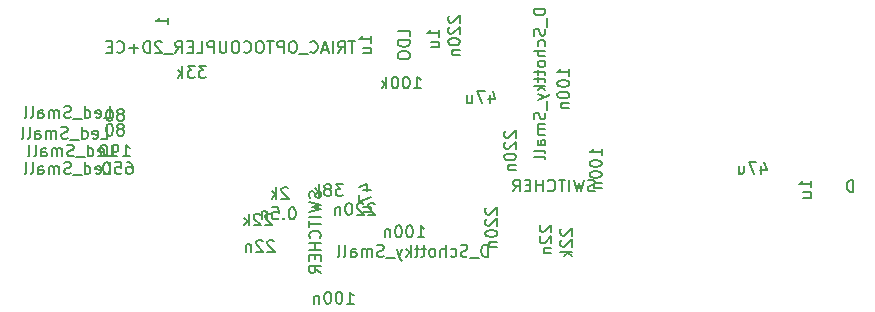
<source format=gbr>
%TF.GenerationSoftware,KiCad,Pcbnew,4.0.4+dfsg1-stable*%
%TF.CreationDate,2017-02-07T18:25:49+01:00*%
%TF.ProjectId,power,706F7765722E6B696361645F70636200,rev?*%
%TF.FileFunction,Other,Fab,Bot*%
%FSLAX46Y46*%
G04 Gerber Fmt 4.6, Leading zero omitted, Abs format (unit mm)*
G04 Created by KiCad (PCBNEW 4.0.4+dfsg1-stable) date Tue Feb  7 18:25:49 2017*
%MOMM*%
%LPD*%
G01*
G04 APERTURE LIST*
%ADD10C,0.100000*%
%ADD11C,0.150000*%
G04 APERTURE END LIST*
D10*
D11*
X63702381Y21619047D02*
X63702381Y22190476D01*
X63702381Y21904762D02*
X62702381Y21904762D01*
X62845238Y22000000D01*
X62940476Y22095238D01*
X62988095Y22190476D01*
X62702381Y21000000D02*
X62702381Y20904761D01*
X62750000Y20809523D01*
X62797619Y20761904D01*
X62892857Y20714285D01*
X63083333Y20666666D01*
X63321429Y20666666D01*
X63511905Y20714285D01*
X63607143Y20761904D01*
X63654762Y20809523D01*
X63702381Y20904761D01*
X63702381Y21000000D01*
X63654762Y21095238D01*
X63607143Y21142857D01*
X63511905Y21190476D01*
X63321429Y21238095D01*
X63083333Y21238095D01*
X62892857Y21190476D01*
X62797619Y21142857D01*
X62750000Y21095238D01*
X62702381Y21000000D01*
X62702381Y20047619D02*
X62702381Y19952380D01*
X62750000Y19857142D01*
X62797619Y19809523D01*
X62892857Y19761904D01*
X63083333Y19714285D01*
X63321429Y19714285D01*
X63511905Y19761904D01*
X63607143Y19809523D01*
X63654762Y19857142D01*
X63702381Y19952380D01*
X63702381Y20047619D01*
X63654762Y20142857D01*
X63607143Y20190476D01*
X63511905Y20238095D01*
X63321429Y20285714D01*
X63083333Y20285714D01*
X62892857Y20238095D01*
X62797619Y20190476D01*
X62750000Y20142857D01*
X62702381Y20047619D01*
X63035714Y19285714D02*
X63702381Y19285714D01*
X63130952Y19285714D02*
X63083333Y19238095D01*
X63035714Y19142857D01*
X63035714Y18999999D01*
X63083333Y18904761D01*
X63178571Y18857142D01*
X63702381Y18857142D01*
X84202381Y12166666D02*
X84202381Y12738095D01*
X84202381Y12452381D02*
X83202381Y12452381D01*
X83345238Y12547619D01*
X83440476Y12642857D01*
X83488095Y12738095D01*
X83535714Y11309523D02*
X84202381Y11309523D01*
X83535714Y11738095D02*
X84059524Y11738095D01*
X84154762Y11690476D01*
X84202381Y11595238D01*
X84202381Y11452380D01*
X84154762Y11357142D01*
X84107143Y11309523D01*
X61297619Y8964286D02*
X61250000Y8916667D01*
X61202381Y8821429D01*
X61202381Y8583333D01*
X61250000Y8488095D01*
X61297619Y8440476D01*
X61392857Y8392857D01*
X61488095Y8392857D01*
X61630952Y8440476D01*
X62202381Y9011905D01*
X62202381Y8392857D01*
X61297619Y8011905D02*
X61250000Y7964286D01*
X61202381Y7869048D01*
X61202381Y7630952D01*
X61250000Y7535714D01*
X61297619Y7488095D01*
X61392857Y7440476D01*
X61488095Y7440476D01*
X61630952Y7488095D01*
X62202381Y8059524D01*
X62202381Y7440476D01*
X61535714Y7011905D02*
X62202381Y7011905D01*
X61630952Y7011905D02*
X61583333Y6964286D01*
X61535714Y6869048D01*
X61535714Y6726190D01*
X61583333Y6630952D01*
X61678571Y6583333D01*
X62202381Y6583333D01*
X66452381Y14869047D02*
X66452381Y15440476D01*
X66452381Y15154762D02*
X65452381Y15154762D01*
X65595238Y15250000D01*
X65690476Y15345238D01*
X65738095Y15440476D01*
X65452381Y14250000D02*
X65452381Y14154761D01*
X65500000Y14059523D01*
X65547619Y14011904D01*
X65642857Y13964285D01*
X65833333Y13916666D01*
X66071429Y13916666D01*
X66261905Y13964285D01*
X66357143Y14011904D01*
X66404762Y14059523D01*
X66452381Y14154761D01*
X66452381Y14250000D01*
X66404762Y14345238D01*
X66357143Y14392857D01*
X66261905Y14440476D01*
X66071429Y14488095D01*
X65833333Y14488095D01*
X65642857Y14440476D01*
X65547619Y14392857D01*
X65500000Y14345238D01*
X65452381Y14250000D01*
X65452381Y13297619D02*
X65452381Y13202380D01*
X65500000Y13107142D01*
X65547619Y13059523D01*
X65642857Y13011904D01*
X65833333Y12964285D01*
X66071429Y12964285D01*
X66261905Y13011904D01*
X66357143Y13059523D01*
X66404762Y13107142D01*
X66452381Y13202380D01*
X66452381Y13297619D01*
X66404762Y13392857D01*
X66357143Y13440476D01*
X66261905Y13488095D01*
X66071429Y13535714D01*
X65833333Y13535714D01*
X65642857Y13488095D01*
X65547619Y13440476D01*
X65500000Y13392857D01*
X65452381Y13297619D01*
X65785714Y12535714D02*
X66452381Y12535714D01*
X65880952Y12535714D02*
X65833333Y12488095D01*
X65785714Y12392857D01*
X65785714Y12249999D01*
X65833333Y12154761D01*
X65928571Y12107142D01*
X66452381Y12107142D01*
X58297619Y16940476D02*
X58250000Y16892857D01*
X58202381Y16797619D01*
X58202381Y16559523D01*
X58250000Y16464285D01*
X58297619Y16416666D01*
X58392857Y16369047D01*
X58488095Y16369047D01*
X58630952Y16416666D01*
X59202381Y16988095D01*
X59202381Y16369047D01*
X58297619Y15988095D02*
X58250000Y15940476D01*
X58202381Y15845238D01*
X58202381Y15607142D01*
X58250000Y15511904D01*
X58297619Y15464285D01*
X58392857Y15416666D01*
X58488095Y15416666D01*
X58630952Y15464285D01*
X59202381Y16035714D01*
X59202381Y15416666D01*
X58202381Y14797619D02*
X58202381Y14702380D01*
X58250000Y14607142D01*
X58297619Y14559523D01*
X58392857Y14511904D01*
X58583333Y14464285D01*
X58821429Y14464285D01*
X59011905Y14511904D01*
X59107143Y14559523D01*
X59154762Y14607142D01*
X59202381Y14702380D01*
X59202381Y14797619D01*
X59154762Y14892857D01*
X59107143Y14940476D01*
X59011905Y14988095D01*
X58821429Y15035714D01*
X58583333Y15035714D01*
X58392857Y14988095D01*
X58297619Y14940476D01*
X58250000Y14892857D01*
X58202381Y14797619D01*
X58535714Y14035714D02*
X59202381Y14035714D01*
X58630952Y14035714D02*
X58583333Y13988095D01*
X58535714Y13892857D01*
X58535714Y13749999D01*
X58583333Y13654761D01*
X58678571Y13607142D01*
X59202381Y13607142D01*
X53547619Y26690476D02*
X53500000Y26642857D01*
X53452381Y26547619D01*
X53452381Y26309523D01*
X53500000Y26214285D01*
X53547619Y26166666D01*
X53642857Y26119047D01*
X53738095Y26119047D01*
X53880952Y26166666D01*
X54452381Y26738095D01*
X54452381Y26119047D01*
X53547619Y25738095D02*
X53500000Y25690476D01*
X53452381Y25595238D01*
X53452381Y25357142D01*
X53500000Y25261904D01*
X53547619Y25214285D01*
X53642857Y25166666D01*
X53738095Y25166666D01*
X53880952Y25214285D01*
X54452381Y25785714D01*
X54452381Y25166666D01*
X53452381Y24547619D02*
X53452381Y24452380D01*
X53500000Y24357142D01*
X53547619Y24309523D01*
X53642857Y24261904D01*
X53833333Y24214285D01*
X54071429Y24214285D01*
X54261905Y24261904D01*
X54357143Y24309523D01*
X54404762Y24357142D01*
X54452381Y24452380D01*
X54452381Y24547619D01*
X54404762Y24642857D01*
X54357143Y24690476D01*
X54261905Y24738095D01*
X54071429Y24785714D01*
X53833333Y24785714D01*
X53642857Y24738095D01*
X53547619Y24690476D01*
X53500000Y24642857D01*
X53452381Y24547619D01*
X53785714Y23785714D02*
X54452381Y23785714D01*
X53880952Y23785714D02*
X53833333Y23738095D01*
X53785714Y23642857D01*
X53785714Y23499999D01*
X53833333Y23404761D01*
X53928571Y23357142D01*
X54452381Y23357142D01*
X50869047Y7947619D02*
X51440476Y7947619D01*
X51154762Y7947619D02*
X51154762Y8947619D01*
X51250000Y8804762D01*
X51345238Y8709524D01*
X51440476Y8661905D01*
X50250000Y8947619D02*
X50154761Y8947619D01*
X50059523Y8900000D01*
X50011904Y8852381D01*
X49964285Y8757143D01*
X49916666Y8566667D01*
X49916666Y8328571D01*
X49964285Y8138095D01*
X50011904Y8042857D01*
X50059523Y7995238D01*
X50154761Y7947619D01*
X50250000Y7947619D01*
X50345238Y7995238D01*
X50392857Y8042857D01*
X50440476Y8138095D01*
X50488095Y8328571D01*
X50488095Y8566667D01*
X50440476Y8757143D01*
X50392857Y8852381D01*
X50345238Y8900000D01*
X50250000Y8947619D01*
X49297619Y8947619D02*
X49202380Y8947619D01*
X49107142Y8900000D01*
X49059523Y8852381D01*
X49011904Y8757143D01*
X48964285Y8566667D01*
X48964285Y8328571D01*
X49011904Y8138095D01*
X49059523Y8042857D01*
X49107142Y7995238D01*
X49202380Y7947619D01*
X49297619Y7947619D01*
X49392857Y7995238D01*
X49440476Y8042857D01*
X49488095Y8138095D01*
X49535714Y8328571D01*
X49535714Y8566667D01*
X49488095Y8757143D01*
X49440476Y8852381D01*
X49392857Y8900000D01*
X49297619Y8947619D01*
X48535714Y8614286D02*
X48535714Y7947619D01*
X48535714Y8519048D02*
X48488095Y8566667D01*
X48392857Y8614286D01*
X48249999Y8614286D01*
X48154761Y8566667D01*
X48107142Y8471429D01*
X48107142Y7947619D01*
X38719286Y7617381D02*
X38671667Y7665000D01*
X38576429Y7712619D01*
X38338333Y7712619D01*
X38243095Y7665000D01*
X38195476Y7617381D01*
X38147857Y7522143D01*
X38147857Y7426905D01*
X38195476Y7284048D01*
X38766905Y6712619D01*
X38147857Y6712619D01*
X37766905Y7617381D02*
X37719286Y7665000D01*
X37624048Y7712619D01*
X37385952Y7712619D01*
X37290714Y7665000D01*
X37243095Y7617381D01*
X37195476Y7522143D01*
X37195476Y7426905D01*
X37243095Y7284048D01*
X37814524Y6712619D01*
X37195476Y6712619D01*
X36766905Y7379286D02*
X36766905Y6712619D01*
X36766905Y7284048D02*
X36719286Y7331667D01*
X36624048Y7379286D01*
X36481190Y7379286D01*
X36385952Y7331667D01*
X36338333Y7236429D01*
X36338333Y6712619D01*
X44894047Y2322619D02*
X45465476Y2322619D01*
X45179762Y2322619D02*
X45179762Y3322619D01*
X45275000Y3179762D01*
X45370238Y3084524D01*
X45465476Y3036905D01*
X44275000Y3322619D02*
X44179761Y3322619D01*
X44084523Y3275000D01*
X44036904Y3227381D01*
X43989285Y3132143D01*
X43941666Y2941667D01*
X43941666Y2703571D01*
X43989285Y2513095D01*
X44036904Y2417857D01*
X44084523Y2370238D01*
X44179761Y2322619D01*
X44275000Y2322619D01*
X44370238Y2370238D01*
X44417857Y2417857D01*
X44465476Y2513095D01*
X44513095Y2703571D01*
X44513095Y2941667D01*
X44465476Y3132143D01*
X44417857Y3227381D01*
X44370238Y3275000D01*
X44275000Y3322619D01*
X43322619Y3322619D02*
X43227380Y3322619D01*
X43132142Y3275000D01*
X43084523Y3227381D01*
X43036904Y3132143D01*
X42989285Y2941667D01*
X42989285Y2703571D01*
X43036904Y2513095D01*
X43084523Y2417857D01*
X43132142Y2370238D01*
X43227380Y2322619D01*
X43322619Y2322619D01*
X43417857Y2370238D01*
X43465476Y2417857D01*
X43513095Y2513095D01*
X43560714Y2703571D01*
X43560714Y2941667D01*
X43513095Y3132143D01*
X43465476Y3227381D01*
X43417857Y3275000D01*
X43322619Y3322619D01*
X42560714Y2989286D02*
X42560714Y2322619D01*
X42560714Y2894048D02*
X42513095Y2941667D01*
X42417857Y2989286D01*
X42274999Y2989286D01*
X42179761Y2941667D01*
X42132142Y2846429D01*
X42132142Y2322619D01*
X52702381Y24916666D02*
X52702381Y25488095D01*
X52702381Y25202381D02*
X51702381Y25202381D01*
X51845238Y25297619D01*
X51940476Y25392857D01*
X51988095Y25488095D01*
X52035714Y24059523D02*
X52702381Y24059523D01*
X52035714Y24488095D02*
X52559524Y24488095D01*
X52654762Y24440476D01*
X52702381Y24345238D01*
X52702381Y24202380D01*
X52654762Y24107142D01*
X52607143Y24059523D01*
X40299286Y10472619D02*
X40204047Y10472619D01*
X40108809Y10425000D01*
X40061190Y10377381D01*
X40013571Y10282143D01*
X39965952Y10091667D01*
X39965952Y9853571D01*
X40013571Y9663095D01*
X40061190Y9567857D01*
X40108809Y9520238D01*
X40204047Y9472619D01*
X40299286Y9472619D01*
X40394524Y9520238D01*
X40442143Y9567857D01*
X40489762Y9663095D01*
X40537381Y9853571D01*
X40537381Y10091667D01*
X40489762Y10282143D01*
X40442143Y10377381D01*
X40394524Y10425000D01*
X40299286Y10472619D01*
X39537381Y9567857D02*
X39489762Y9520238D01*
X39537381Y9472619D01*
X39585000Y9520238D01*
X39537381Y9567857D01*
X39537381Y9472619D01*
X38585000Y10472619D02*
X39061191Y10472619D01*
X39108810Y9996429D01*
X39061191Y10044048D01*
X38965953Y10091667D01*
X38727857Y10091667D01*
X38632619Y10044048D01*
X38585000Y9996429D01*
X38537381Y9901190D01*
X38537381Y9663095D01*
X38585000Y9567857D01*
X38632619Y9520238D01*
X38727857Y9472619D01*
X38965953Y9472619D01*
X39061191Y9520238D01*
X39108810Y9567857D01*
X38108810Y10139286D02*
X38108810Y9472619D01*
X38108810Y10044048D02*
X38061191Y10091667D01*
X37965953Y10139286D01*
X37823095Y10139286D01*
X37727857Y10091667D01*
X37680238Y9996429D01*
X37680238Y9472619D01*
X47245476Y10737381D02*
X47197857Y10785000D01*
X47102619Y10832619D01*
X46864523Y10832619D01*
X46769285Y10785000D01*
X46721666Y10737381D01*
X46674047Y10642143D01*
X46674047Y10546905D01*
X46721666Y10404048D01*
X47293095Y9832619D01*
X46674047Y9832619D01*
X46293095Y10737381D02*
X46245476Y10785000D01*
X46150238Y10832619D01*
X45912142Y10832619D01*
X45816904Y10785000D01*
X45769285Y10737381D01*
X45721666Y10642143D01*
X45721666Y10546905D01*
X45769285Y10404048D01*
X46340714Y9832619D01*
X45721666Y9832619D01*
X45102619Y10832619D02*
X45007380Y10832619D01*
X44912142Y10785000D01*
X44864523Y10737381D01*
X44816904Y10642143D01*
X44769285Y10451667D01*
X44769285Y10213571D01*
X44816904Y10023095D01*
X44864523Y9927857D01*
X44912142Y9880238D01*
X45007380Y9832619D01*
X45102619Y9832619D01*
X45197857Y9880238D01*
X45245476Y9927857D01*
X45293095Y10023095D01*
X45340714Y10213571D01*
X45340714Y10451667D01*
X45293095Y10642143D01*
X45245476Y10737381D01*
X45197857Y10785000D01*
X45102619Y10832619D01*
X44340714Y10499286D02*
X44340714Y9832619D01*
X44340714Y10404048D02*
X44293095Y10451667D01*
X44197857Y10499286D01*
X44054999Y10499286D01*
X43959761Y10451667D01*
X43912142Y10356429D01*
X43912142Y9832619D01*
X46952381Y24416666D02*
X46952381Y24988095D01*
X46952381Y24702381D02*
X45952381Y24702381D01*
X46095238Y24797619D01*
X46190476Y24892857D01*
X46238095Y24988095D01*
X46285714Y23559523D02*
X46952381Y23559523D01*
X46285714Y23988095D02*
X46809524Y23988095D01*
X46904762Y23940476D01*
X46952381Y23845238D01*
X46952381Y23702380D01*
X46904762Y23607142D01*
X46857143Y23559523D01*
X56697619Y10440476D02*
X56650000Y10392857D01*
X56602381Y10297619D01*
X56602381Y10059523D01*
X56650000Y9964285D01*
X56697619Y9916666D01*
X56792857Y9869047D01*
X56888095Y9869047D01*
X57030952Y9916666D01*
X57602381Y10488095D01*
X57602381Y9869047D01*
X56697619Y9488095D02*
X56650000Y9440476D01*
X56602381Y9345238D01*
X56602381Y9107142D01*
X56650000Y9011904D01*
X56697619Y8964285D01*
X56792857Y8916666D01*
X56888095Y8916666D01*
X57030952Y8964285D01*
X57602381Y9535714D01*
X57602381Y8916666D01*
X56602381Y8297619D02*
X56602381Y8202380D01*
X56650000Y8107142D01*
X56697619Y8059523D01*
X56792857Y8011904D01*
X56983333Y7964285D01*
X57221429Y7964285D01*
X57411905Y8011904D01*
X57507143Y8059523D01*
X57554762Y8107142D01*
X57602381Y8202380D01*
X57602381Y8297619D01*
X57554762Y8392857D01*
X57507143Y8440476D01*
X57411905Y8488095D01*
X57221429Y8535714D01*
X56983333Y8535714D01*
X56792857Y8488095D01*
X56697619Y8440476D01*
X56650000Y8392857D01*
X56602381Y8297619D01*
X56935714Y7535714D02*
X57602381Y7535714D01*
X57030952Y7535714D02*
X56983333Y7488095D01*
X56935714Y7392857D01*
X56935714Y7249999D01*
X56983333Y7154761D01*
X57078571Y7107142D01*
X57602381Y7107142D01*
X87761905Y11797619D02*
X87761905Y12797619D01*
X87523810Y12797619D01*
X87380952Y12750000D01*
X87285714Y12654762D01*
X87238095Y12559524D01*
X87190476Y12369048D01*
X87190476Y12226190D01*
X87238095Y12035714D01*
X87285714Y11940476D01*
X87380952Y11845238D01*
X87523810Y11797619D01*
X87761905Y11797619D01*
X24321429Y18047619D02*
X24797620Y18047619D01*
X24797620Y19047619D01*
X23607143Y18095238D02*
X23702381Y18047619D01*
X23892858Y18047619D01*
X23988096Y18095238D01*
X24035715Y18190476D01*
X24035715Y18571429D01*
X23988096Y18666667D01*
X23892858Y18714286D01*
X23702381Y18714286D01*
X23607143Y18666667D01*
X23559524Y18571429D01*
X23559524Y18476190D01*
X24035715Y18380952D01*
X22702381Y18047619D02*
X22702381Y19047619D01*
X22702381Y18095238D02*
X22797619Y18047619D01*
X22988096Y18047619D01*
X23083334Y18095238D01*
X23130953Y18142857D01*
X23178572Y18238095D01*
X23178572Y18523810D01*
X23130953Y18619048D01*
X23083334Y18666667D01*
X22988096Y18714286D01*
X22797619Y18714286D01*
X22702381Y18666667D01*
X22464286Y17952381D02*
X21702381Y17952381D01*
X21511905Y18095238D02*
X21369048Y18047619D01*
X21130952Y18047619D01*
X21035714Y18095238D01*
X20988095Y18142857D01*
X20940476Y18238095D01*
X20940476Y18333333D01*
X20988095Y18428571D01*
X21035714Y18476190D01*
X21130952Y18523810D01*
X21321429Y18571429D01*
X21416667Y18619048D01*
X21464286Y18666667D01*
X21511905Y18761905D01*
X21511905Y18857143D01*
X21464286Y18952381D01*
X21416667Y19000000D01*
X21321429Y19047619D01*
X21083333Y19047619D01*
X20940476Y19000000D01*
X20511905Y18047619D02*
X20511905Y18714286D01*
X20511905Y18619048D02*
X20464286Y18666667D01*
X20369048Y18714286D01*
X20226190Y18714286D01*
X20130952Y18666667D01*
X20083333Y18571429D01*
X20083333Y18047619D01*
X20083333Y18571429D02*
X20035714Y18666667D01*
X19940476Y18714286D01*
X19797619Y18714286D01*
X19702381Y18666667D01*
X19654762Y18571429D01*
X19654762Y18047619D01*
X18750000Y18047619D02*
X18750000Y18571429D01*
X18797619Y18666667D01*
X18892857Y18714286D01*
X19083334Y18714286D01*
X19178572Y18666667D01*
X18750000Y18095238D02*
X18845238Y18047619D01*
X19083334Y18047619D01*
X19178572Y18095238D01*
X19226191Y18190476D01*
X19226191Y18285714D01*
X19178572Y18380952D01*
X19083334Y18428571D01*
X18845238Y18428571D01*
X18750000Y18476190D01*
X18130953Y18047619D02*
X18226191Y18095238D01*
X18273810Y18190476D01*
X18273810Y19047619D01*
X17607143Y18047619D02*
X17702381Y18095238D01*
X17750000Y18190476D01*
X17750000Y19047619D01*
X61702381Y27309525D02*
X60702381Y27309525D01*
X60702381Y27071430D01*
X60750000Y26928572D01*
X60845238Y26833334D01*
X60940476Y26785715D01*
X61130952Y26738096D01*
X61273810Y26738096D01*
X61464286Y26785715D01*
X61559524Y26833334D01*
X61654762Y26928572D01*
X61702381Y27071430D01*
X61702381Y27309525D01*
X61797619Y26547620D02*
X61797619Y25785715D01*
X61654762Y25595239D02*
X61702381Y25452382D01*
X61702381Y25214286D01*
X61654762Y25119048D01*
X61607143Y25071429D01*
X61511905Y25023810D01*
X61416667Y25023810D01*
X61321429Y25071429D01*
X61273810Y25119048D01*
X61226190Y25214286D01*
X61178571Y25404763D01*
X61130952Y25500001D01*
X61083333Y25547620D01*
X60988095Y25595239D01*
X60892857Y25595239D01*
X60797619Y25547620D01*
X60750000Y25500001D01*
X60702381Y25404763D01*
X60702381Y25166667D01*
X60750000Y25023810D01*
X61654762Y24166667D02*
X61702381Y24261905D01*
X61702381Y24452382D01*
X61654762Y24547620D01*
X61607143Y24595239D01*
X61511905Y24642858D01*
X61226190Y24642858D01*
X61130952Y24595239D01*
X61083333Y24547620D01*
X61035714Y24452382D01*
X61035714Y24261905D01*
X61083333Y24166667D01*
X61702381Y23738096D02*
X60702381Y23738096D01*
X61702381Y23309524D02*
X61178571Y23309524D01*
X61083333Y23357143D01*
X61035714Y23452381D01*
X61035714Y23595239D01*
X61083333Y23690477D01*
X61130952Y23738096D01*
X61702381Y22690477D02*
X61654762Y22785715D01*
X61607143Y22833334D01*
X61511905Y22880953D01*
X61226190Y22880953D01*
X61130952Y22833334D01*
X61083333Y22785715D01*
X61035714Y22690477D01*
X61035714Y22547619D01*
X61083333Y22452381D01*
X61130952Y22404762D01*
X61226190Y22357143D01*
X61511905Y22357143D01*
X61607143Y22404762D01*
X61654762Y22452381D01*
X61702381Y22547619D01*
X61702381Y22690477D01*
X61035714Y22071429D02*
X61035714Y21690477D01*
X60702381Y21928572D02*
X61559524Y21928572D01*
X61654762Y21880953D01*
X61702381Y21785715D01*
X61702381Y21690477D01*
X61035714Y21500000D02*
X61035714Y21119048D01*
X60702381Y21357143D02*
X61559524Y21357143D01*
X61654762Y21309524D01*
X61702381Y21214286D01*
X61702381Y21119048D01*
X61702381Y20785714D02*
X60702381Y20785714D01*
X61321429Y20690476D02*
X61702381Y20404761D01*
X61035714Y20404761D02*
X61416667Y20785714D01*
X61035714Y20071428D02*
X61702381Y19833333D01*
X61035714Y19595237D02*
X61702381Y19833333D01*
X61940476Y19928571D01*
X61988095Y19976190D01*
X62035714Y20071428D01*
X61797619Y19452380D02*
X61797619Y18690475D01*
X61654762Y18499999D02*
X61702381Y18357142D01*
X61702381Y18119046D01*
X61654762Y18023808D01*
X61607143Y17976189D01*
X61511905Y17928570D01*
X61416667Y17928570D01*
X61321429Y17976189D01*
X61273810Y18023808D01*
X61226190Y18119046D01*
X61178571Y18309523D01*
X61130952Y18404761D01*
X61083333Y18452380D01*
X60988095Y18499999D01*
X60892857Y18499999D01*
X60797619Y18452380D01*
X60750000Y18404761D01*
X60702381Y18309523D01*
X60702381Y18071427D01*
X60750000Y17928570D01*
X61702381Y17499999D02*
X61035714Y17499999D01*
X61130952Y17499999D02*
X61083333Y17452380D01*
X61035714Y17357142D01*
X61035714Y17214284D01*
X61083333Y17119046D01*
X61178571Y17071427D01*
X61702381Y17071427D01*
X61178571Y17071427D02*
X61083333Y17023808D01*
X61035714Y16928570D01*
X61035714Y16785713D01*
X61083333Y16690475D01*
X61178571Y16642856D01*
X61702381Y16642856D01*
X61702381Y15738094D02*
X61178571Y15738094D01*
X61083333Y15785713D01*
X61035714Y15880951D01*
X61035714Y16071428D01*
X61083333Y16166666D01*
X61654762Y15738094D02*
X61702381Y15833332D01*
X61702381Y16071428D01*
X61654762Y16166666D01*
X61559524Y16214285D01*
X61464286Y16214285D01*
X61369048Y16166666D01*
X61321429Y16071428D01*
X61321429Y15833332D01*
X61273810Y15738094D01*
X61702381Y15119047D02*
X61654762Y15214285D01*
X61559524Y15261904D01*
X60702381Y15261904D01*
X61702381Y14595237D02*
X61654762Y14690475D01*
X61559524Y14738094D01*
X60702381Y14738094D01*
X24071429Y16297619D02*
X24547620Y16297619D01*
X24547620Y17297619D01*
X23357143Y16345238D02*
X23452381Y16297619D01*
X23642858Y16297619D01*
X23738096Y16345238D01*
X23785715Y16440476D01*
X23785715Y16821429D01*
X23738096Y16916667D01*
X23642858Y16964286D01*
X23452381Y16964286D01*
X23357143Y16916667D01*
X23309524Y16821429D01*
X23309524Y16726190D01*
X23785715Y16630952D01*
X22452381Y16297619D02*
X22452381Y17297619D01*
X22452381Y16345238D02*
X22547619Y16297619D01*
X22738096Y16297619D01*
X22833334Y16345238D01*
X22880953Y16392857D01*
X22928572Y16488095D01*
X22928572Y16773810D01*
X22880953Y16869048D01*
X22833334Y16916667D01*
X22738096Y16964286D01*
X22547619Y16964286D01*
X22452381Y16916667D01*
X22214286Y16202381D02*
X21452381Y16202381D01*
X21261905Y16345238D02*
X21119048Y16297619D01*
X20880952Y16297619D01*
X20785714Y16345238D01*
X20738095Y16392857D01*
X20690476Y16488095D01*
X20690476Y16583333D01*
X20738095Y16678571D01*
X20785714Y16726190D01*
X20880952Y16773810D01*
X21071429Y16821429D01*
X21166667Y16869048D01*
X21214286Y16916667D01*
X21261905Y17011905D01*
X21261905Y17107143D01*
X21214286Y17202381D01*
X21166667Y17250000D01*
X21071429Y17297619D01*
X20833333Y17297619D01*
X20690476Y17250000D01*
X20261905Y16297619D02*
X20261905Y16964286D01*
X20261905Y16869048D02*
X20214286Y16916667D01*
X20119048Y16964286D01*
X19976190Y16964286D01*
X19880952Y16916667D01*
X19833333Y16821429D01*
X19833333Y16297619D01*
X19833333Y16821429D02*
X19785714Y16916667D01*
X19690476Y16964286D01*
X19547619Y16964286D01*
X19452381Y16916667D01*
X19404762Y16821429D01*
X19404762Y16297619D01*
X18500000Y16297619D02*
X18500000Y16821429D01*
X18547619Y16916667D01*
X18642857Y16964286D01*
X18833334Y16964286D01*
X18928572Y16916667D01*
X18500000Y16345238D02*
X18595238Y16297619D01*
X18833334Y16297619D01*
X18928572Y16345238D01*
X18976191Y16440476D01*
X18976191Y16535714D01*
X18928572Y16630952D01*
X18833334Y16678571D01*
X18595238Y16678571D01*
X18500000Y16726190D01*
X17880953Y16297619D02*
X17976191Y16345238D01*
X18023810Y16440476D01*
X18023810Y17297619D01*
X17357143Y16297619D02*
X17452381Y16345238D01*
X17500000Y16440476D01*
X17500000Y17297619D01*
X24571429Y14797619D02*
X25047620Y14797619D01*
X25047620Y15797619D01*
X23857143Y14845238D02*
X23952381Y14797619D01*
X24142858Y14797619D01*
X24238096Y14845238D01*
X24285715Y14940476D01*
X24285715Y15321429D01*
X24238096Y15416667D01*
X24142858Y15464286D01*
X23952381Y15464286D01*
X23857143Y15416667D01*
X23809524Y15321429D01*
X23809524Y15226190D01*
X24285715Y15130952D01*
X22952381Y14797619D02*
X22952381Y15797619D01*
X22952381Y14845238D02*
X23047619Y14797619D01*
X23238096Y14797619D01*
X23333334Y14845238D01*
X23380953Y14892857D01*
X23428572Y14988095D01*
X23428572Y15273810D01*
X23380953Y15369048D01*
X23333334Y15416667D01*
X23238096Y15464286D01*
X23047619Y15464286D01*
X22952381Y15416667D01*
X22714286Y14702381D02*
X21952381Y14702381D01*
X21761905Y14845238D02*
X21619048Y14797619D01*
X21380952Y14797619D01*
X21285714Y14845238D01*
X21238095Y14892857D01*
X21190476Y14988095D01*
X21190476Y15083333D01*
X21238095Y15178571D01*
X21285714Y15226190D01*
X21380952Y15273810D01*
X21571429Y15321429D01*
X21666667Y15369048D01*
X21714286Y15416667D01*
X21761905Y15511905D01*
X21761905Y15607143D01*
X21714286Y15702381D01*
X21666667Y15750000D01*
X21571429Y15797619D01*
X21333333Y15797619D01*
X21190476Y15750000D01*
X20761905Y14797619D02*
X20761905Y15464286D01*
X20761905Y15369048D02*
X20714286Y15416667D01*
X20619048Y15464286D01*
X20476190Y15464286D01*
X20380952Y15416667D01*
X20333333Y15321429D01*
X20333333Y14797619D01*
X20333333Y15321429D02*
X20285714Y15416667D01*
X20190476Y15464286D01*
X20047619Y15464286D01*
X19952381Y15416667D01*
X19904762Y15321429D01*
X19904762Y14797619D01*
X19000000Y14797619D02*
X19000000Y15321429D01*
X19047619Y15416667D01*
X19142857Y15464286D01*
X19333334Y15464286D01*
X19428572Y15416667D01*
X19000000Y14845238D02*
X19095238Y14797619D01*
X19333334Y14797619D01*
X19428572Y14845238D01*
X19476191Y14940476D01*
X19476191Y15035714D01*
X19428572Y15130952D01*
X19333334Y15178571D01*
X19095238Y15178571D01*
X19000000Y15226190D01*
X18380953Y14797619D02*
X18476191Y14845238D01*
X18523810Y14940476D01*
X18523810Y15797619D01*
X17857143Y14797619D02*
X17952381Y14845238D01*
X18000000Y14940476D01*
X18000000Y15797619D01*
X24321429Y13297619D02*
X24797620Y13297619D01*
X24797620Y14297619D01*
X23607143Y13345238D02*
X23702381Y13297619D01*
X23892858Y13297619D01*
X23988096Y13345238D01*
X24035715Y13440476D01*
X24035715Y13821429D01*
X23988096Y13916667D01*
X23892858Y13964286D01*
X23702381Y13964286D01*
X23607143Y13916667D01*
X23559524Y13821429D01*
X23559524Y13726190D01*
X24035715Y13630952D01*
X22702381Y13297619D02*
X22702381Y14297619D01*
X22702381Y13345238D02*
X22797619Y13297619D01*
X22988096Y13297619D01*
X23083334Y13345238D01*
X23130953Y13392857D01*
X23178572Y13488095D01*
X23178572Y13773810D01*
X23130953Y13869048D01*
X23083334Y13916667D01*
X22988096Y13964286D01*
X22797619Y13964286D01*
X22702381Y13916667D01*
X22464286Y13202381D02*
X21702381Y13202381D01*
X21511905Y13345238D02*
X21369048Y13297619D01*
X21130952Y13297619D01*
X21035714Y13345238D01*
X20988095Y13392857D01*
X20940476Y13488095D01*
X20940476Y13583333D01*
X20988095Y13678571D01*
X21035714Y13726190D01*
X21130952Y13773810D01*
X21321429Y13821429D01*
X21416667Y13869048D01*
X21464286Y13916667D01*
X21511905Y14011905D01*
X21511905Y14107143D01*
X21464286Y14202381D01*
X21416667Y14250000D01*
X21321429Y14297619D01*
X21083333Y14297619D01*
X20940476Y14250000D01*
X20511905Y13297619D02*
X20511905Y13964286D01*
X20511905Y13869048D02*
X20464286Y13916667D01*
X20369048Y13964286D01*
X20226190Y13964286D01*
X20130952Y13916667D01*
X20083333Y13821429D01*
X20083333Y13297619D01*
X20083333Y13821429D02*
X20035714Y13916667D01*
X19940476Y13964286D01*
X19797619Y13964286D01*
X19702381Y13916667D01*
X19654762Y13821429D01*
X19654762Y13297619D01*
X18750000Y13297619D02*
X18750000Y13821429D01*
X18797619Y13916667D01*
X18892857Y13964286D01*
X19083334Y13964286D01*
X19178572Y13916667D01*
X18750000Y13345238D02*
X18845238Y13297619D01*
X19083334Y13297619D01*
X19178572Y13345238D01*
X19226191Y13440476D01*
X19226191Y13535714D01*
X19178572Y13630952D01*
X19083334Y13678571D01*
X18845238Y13678571D01*
X18750000Y13726190D01*
X18130953Y13297619D02*
X18226191Y13345238D01*
X18273810Y13440476D01*
X18273810Y14297619D01*
X17607143Y13297619D02*
X17702381Y13345238D01*
X17750000Y13440476D01*
X17750000Y14297619D01*
X56809525Y6297619D02*
X56809525Y7297619D01*
X56571430Y7297619D01*
X56428572Y7250000D01*
X56333334Y7154762D01*
X56285715Y7059524D01*
X56238096Y6869048D01*
X56238096Y6726190D01*
X56285715Y6535714D01*
X56333334Y6440476D01*
X56428572Y6345238D01*
X56571430Y6297619D01*
X56809525Y6297619D01*
X56047620Y6202381D02*
X55285715Y6202381D01*
X55095239Y6345238D02*
X54952382Y6297619D01*
X54714286Y6297619D01*
X54619048Y6345238D01*
X54571429Y6392857D01*
X54523810Y6488095D01*
X54523810Y6583333D01*
X54571429Y6678571D01*
X54619048Y6726190D01*
X54714286Y6773810D01*
X54904763Y6821429D01*
X55000001Y6869048D01*
X55047620Y6916667D01*
X55095239Y7011905D01*
X55095239Y7107143D01*
X55047620Y7202381D01*
X55000001Y7250000D01*
X54904763Y7297619D01*
X54666667Y7297619D01*
X54523810Y7250000D01*
X53666667Y6345238D02*
X53761905Y6297619D01*
X53952382Y6297619D01*
X54047620Y6345238D01*
X54095239Y6392857D01*
X54142858Y6488095D01*
X54142858Y6773810D01*
X54095239Y6869048D01*
X54047620Y6916667D01*
X53952382Y6964286D01*
X53761905Y6964286D01*
X53666667Y6916667D01*
X53238096Y6297619D02*
X53238096Y7297619D01*
X52809524Y6297619D02*
X52809524Y6821429D01*
X52857143Y6916667D01*
X52952381Y6964286D01*
X53095239Y6964286D01*
X53190477Y6916667D01*
X53238096Y6869048D01*
X52190477Y6297619D02*
X52285715Y6345238D01*
X52333334Y6392857D01*
X52380953Y6488095D01*
X52380953Y6773810D01*
X52333334Y6869048D01*
X52285715Y6916667D01*
X52190477Y6964286D01*
X52047619Y6964286D01*
X51952381Y6916667D01*
X51904762Y6869048D01*
X51857143Y6773810D01*
X51857143Y6488095D01*
X51904762Y6392857D01*
X51952381Y6345238D01*
X52047619Y6297619D01*
X52190477Y6297619D01*
X51571429Y6964286D02*
X51190477Y6964286D01*
X51428572Y7297619D02*
X51428572Y6440476D01*
X51380953Y6345238D01*
X51285715Y6297619D01*
X51190477Y6297619D01*
X51000000Y6964286D02*
X50619048Y6964286D01*
X50857143Y7297619D02*
X50857143Y6440476D01*
X50809524Y6345238D01*
X50714286Y6297619D01*
X50619048Y6297619D01*
X50285714Y6297619D02*
X50285714Y7297619D01*
X50190476Y6678571D02*
X49904761Y6297619D01*
X49904761Y6964286D02*
X50285714Y6583333D01*
X49571428Y6964286D02*
X49333333Y6297619D01*
X49095237Y6964286D02*
X49333333Y6297619D01*
X49428571Y6059524D01*
X49476190Y6011905D01*
X49571428Y5964286D01*
X48952380Y6202381D02*
X48190475Y6202381D01*
X47999999Y6345238D02*
X47857142Y6297619D01*
X47619046Y6297619D01*
X47523808Y6345238D01*
X47476189Y6392857D01*
X47428570Y6488095D01*
X47428570Y6583333D01*
X47476189Y6678571D01*
X47523808Y6726190D01*
X47619046Y6773810D01*
X47809523Y6821429D01*
X47904761Y6869048D01*
X47952380Y6916667D01*
X47999999Y7011905D01*
X47999999Y7107143D01*
X47952380Y7202381D01*
X47904761Y7250000D01*
X47809523Y7297619D01*
X47571427Y7297619D01*
X47428570Y7250000D01*
X46999999Y6297619D02*
X46999999Y6964286D01*
X46999999Y6869048D02*
X46952380Y6916667D01*
X46857142Y6964286D01*
X46714284Y6964286D01*
X46619046Y6916667D01*
X46571427Y6821429D01*
X46571427Y6297619D01*
X46571427Y6821429D02*
X46523808Y6916667D01*
X46428570Y6964286D01*
X46285713Y6964286D01*
X46190475Y6916667D01*
X46142856Y6821429D01*
X46142856Y6297619D01*
X45238094Y6297619D02*
X45238094Y6821429D01*
X45285713Y6916667D01*
X45380951Y6964286D01*
X45571428Y6964286D01*
X45666666Y6916667D01*
X45238094Y6345238D02*
X45333332Y6297619D01*
X45571428Y6297619D01*
X45666666Y6345238D01*
X45714285Y6440476D01*
X45714285Y6535714D01*
X45666666Y6630952D01*
X45571428Y6678571D01*
X45333332Y6678571D01*
X45238094Y6726190D01*
X44619047Y6297619D02*
X44714285Y6345238D01*
X44761904Y6440476D01*
X44761904Y7297619D01*
X44095237Y6297619D02*
X44190475Y6345238D01*
X44238094Y6440476D01*
X44238094Y7297619D01*
X79988095Y13964286D02*
X79988095Y13297619D01*
X80226191Y14345238D02*
X80464286Y13630952D01*
X79845238Y13630952D01*
X79559524Y14297619D02*
X78892857Y14297619D01*
X79321429Y13297619D01*
X78083333Y13964286D02*
X78083333Y13297619D01*
X78511905Y13964286D02*
X78511905Y13440476D01*
X78464286Y13345238D01*
X78369048Y13297619D01*
X78226190Y13297619D01*
X78130952Y13345238D01*
X78083333Y13392857D01*
X56988095Y19964286D02*
X56988095Y19297619D01*
X57226191Y20345238D02*
X57464286Y19630952D01*
X56845238Y19630952D01*
X56559524Y20297619D02*
X55892857Y20297619D01*
X56321429Y19297619D01*
X55083333Y19964286D02*
X55083333Y19297619D01*
X55511905Y19964286D02*
X55511905Y19440476D01*
X55464286Y19345238D01*
X55369048Y19297619D01*
X55226190Y19297619D01*
X55130952Y19345238D01*
X55083333Y19392857D01*
X46285714Y11988095D02*
X46952381Y11988095D01*
X45904762Y12226191D02*
X46619048Y12464286D01*
X46619048Y11845238D01*
X45952381Y11559524D02*
X45952381Y10892857D01*
X46952381Y11321429D01*
X46285714Y10083333D02*
X46952381Y10083333D01*
X46285714Y10511905D02*
X46809524Y10511905D01*
X46904762Y10464286D01*
X46952381Y10369048D01*
X46952381Y10226190D01*
X46904762Y10130952D01*
X46857143Y10083333D01*
X29702381Y25964285D02*
X29702381Y26535714D01*
X29702381Y26250000D02*
X28702381Y26250000D01*
X28845238Y26345238D01*
X28940476Y26440476D01*
X28988095Y26535714D01*
X63047619Y8666667D02*
X63000000Y8619048D01*
X62952381Y8523810D01*
X62952381Y8285714D01*
X63000000Y8190476D01*
X63047619Y8142857D01*
X63142857Y8095238D01*
X63238095Y8095238D01*
X63380952Y8142857D01*
X63952381Y8714286D01*
X63952381Y8095238D01*
X63047619Y7714286D02*
X63000000Y7666667D01*
X62952381Y7571429D01*
X62952381Y7333333D01*
X63000000Y7238095D01*
X63047619Y7190476D01*
X63142857Y7142857D01*
X63238095Y7142857D01*
X63380952Y7190476D01*
X63952381Y7761905D01*
X63952381Y7142857D01*
X63952381Y6714286D02*
X62952381Y6714286D01*
X63571429Y6619048D02*
X63952381Y6333333D01*
X63285714Y6333333D02*
X63666667Y6714286D01*
X25821429Y18369048D02*
X25916667Y18416667D01*
X25964286Y18464286D01*
X26011905Y18559524D01*
X26011905Y18607143D01*
X25964286Y18702381D01*
X25916667Y18750000D01*
X25821429Y18797619D01*
X25630952Y18797619D01*
X25535714Y18750000D01*
X25488095Y18702381D01*
X25440476Y18607143D01*
X25440476Y18559524D01*
X25488095Y18464286D01*
X25535714Y18416667D01*
X25630952Y18369048D01*
X25821429Y18369048D01*
X25916667Y18321429D01*
X25964286Y18273810D01*
X26011905Y18178571D01*
X26011905Y17988095D01*
X25964286Y17892857D01*
X25916667Y17845238D01*
X25821429Y17797619D01*
X25630952Y17797619D01*
X25535714Y17845238D01*
X25488095Y17892857D01*
X25440476Y17988095D01*
X25440476Y18178571D01*
X25488095Y18273810D01*
X25535714Y18321429D01*
X25630952Y18369048D01*
X24821429Y18797619D02*
X24726190Y18797619D01*
X24630952Y18750000D01*
X24583333Y18702381D01*
X24535714Y18607143D01*
X24488095Y18416667D01*
X24488095Y18178571D01*
X24535714Y17988095D01*
X24583333Y17892857D01*
X24630952Y17845238D01*
X24726190Y17797619D01*
X24821429Y17797619D01*
X24916667Y17845238D01*
X24964286Y17892857D01*
X25011905Y17988095D01*
X25059524Y18178571D01*
X25059524Y18416667D01*
X25011905Y18607143D01*
X24964286Y18702381D01*
X24916667Y18750000D01*
X24821429Y18797619D01*
X25821429Y17119048D02*
X25916667Y17166667D01*
X25964286Y17214286D01*
X26011905Y17309524D01*
X26011905Y17357143D01*
X25964286Y17452381D01*
X25916667Y17500000D01*
X25821429Y17547619D01*
X25630952Y17547619D01*
X25535714Y17500000D01*
X25488095Y17452381D01*
X25440476Y17357143D01*
X25440476Y17309524D01*
X25488095Y17214286D01*
X25535714Y17166667D01*
X25630952Y17119048D01*
X25821429Y17119048D01*
X25916667Y17071429D01*
X25964286Y17023810D01*
X26011905Y16928571D01*
X26011905Y16738095D01*
X25964286Y16642857D01*
X25916667Y16595238D01*
X25821429Y16547619D01*
X25630952Y16547619D01*
X25535714Y16595238D01*
X25488095Y16642857D01*
X25440476Y16738095D01*
X25440476Y16928571D01*
X25488095Y17023810D01*
X25535714Y17071429D01*
X25630952Y17119048D01*
X24821429Y17547619D02*
X24726190Y17547619D01*
X24630952Y17500000D01*
X24583333Y17452381D01*
X24535714Y17357143D01*
X24488095Y17166667D01*
X24488095Y16928571D01*
X24535714Y16738095D01*
X24583333Y16642857D01*
X24630952Y16595238D01*
X24726190Y16547619D01*
X24821429Y16547619D01*
X24916667Y16595238D01*
X24964286Y16642857D01*
X25011905Y16738095D01*
X25059524Y16928571D01*
X25059524Y17166667D01*
X25011905Y17357143D01*
X24964286Y17452381D01*
X24916667Y17500000D01*
X24821429Y17547619D01*
X25916666Y14797619D02*
X26488095Y14797619D01*
X26202381Y14797619D02*
X26202381Y15797619D01*
X26297619Y15654762D01*
X26392857Y15559524D01*
X26488095Y15511905D01*
X25440476Y14797619D02*
X25250000Y14797619D01*
X25154761Y14845238D01*
X25107142Y14892857D01*
X25011904Y15035714D01*
X24964285Y15226190D01*
X24964285Y15607143D01*
X25011904Y15702381D01*
X25059523Y15750000D01*
X25154761Y15797619D01*
X25345238Y15797619D01*
X25440476Y15750000D01*
X25488095Y15702381D01*
X25535714Y15607143D01*
X25535714Y15369048D01*
X25488095Y15273810D01*
X25440476Y15226190D01*
X25345238Y15178571D01*
X25154761Y15178571D01*
X25059523Y15226190D01*
X25011904Y15273810D01*
X24964285Y15369048D01*
X24345238Y15797619D02*
X24249999Y15797619D01*
X24154761Y15750000D01*
X24107142Y15702381D01*
X24059523Y15607143D01*
X24011904Y15416667D01*
X24011904Y15178571D01*
X24059523Y14988095D01*
X24107142Y14892857D01*
X24154761Y14845238D01*
X24249999Y14797619D01*
X24345238Y14797619D01*
X24440476Y14845238D01*
X24488095Y14892857D01*
X24535714Y14988095D01*
X24583333Y15178571D01*
X24583333Y15416667D01*
X24535714Y15607143D01*
X24488095Y15702381D01*
X24440476Y15750000D01*
X24345238Y15797619D01*
X26261904Y14297619D02*
X26452381Y14297619D01*
X26547619Y14250000D01*
X26595238Y14202381D01*
X26690476Y14059524D01*
X26738095Y13869048D01*
X26738095Y13488095D01*
X26690476Y13392857D01*
X26642857Y13345238D01*
X26547619Y13297619D01*
X26357142Y13297619D01*
X26261904Y13345238D01*
X26214285Y13392857D01*
X26166666Y13488095D01*
X26166666Y13726190D01*
X26214285Y13821429D01*
X26261904Y13869048D01*
X26357142Y13916667D01*
X26547619Y13916667D01*
X26642857Y13869048D01*
X26690476Y13821429D01*
X26738095Y13726190D01*
X25261904Y14297619D02*
X25738095Y14297619D01*
X25785714Y13821429D01*
X25738095Y13869048D01*
X25642857Y13916667D01*
X25404761Y13916667D01*
X25309523Y13869048D01*
X25261904Y13821429D01*
X25214285Y13726190D01*
X25214285Y13488095D01*
X25261904Y13392857D01*
X25309523Y13345238D01*
X25404761Y13297619D01*
X25642857Y13297619D01*
X25738095Y13345238D01*
X25785714Y13392857D01*
X24595238Y14297619D02*
X24499999Y14297619D01*
X24404761Y14250000D01*
X24357142Y14202381D01*
X24309523Y14107143D01*
X24261904Y13916667D01*
X24261904Y13678571D01*
X24309523Y13488095D01*
X24357142Y13392857D01*
X24404761Y13345238D01*
X24499999Y13297619D01*
X24595238Y13297619D01*
X24690476Y13345238D01*
X24738095Y13392857D01*
X24785714Y13488095D01*
X24833333Y13678571D01*
X24833333Y13916667D01*
X24785714Y14107143D01*
X24738095Y14202381D01*
X24690476Y14250000D01*
X24595238Y14297619D01*
X38521667Y9857381D02*
X38474048Y9905000D01*
X38378810Y9952619D01*
X38140714Y9952619D01*
X38045476Y9905000D01*
X37997857Y9857381D01*
X37950238Y9762143D01*
X37950238Y9666905D01*
X37997857Y9524048D01*
X38569286Y8952619D01*
X37950238Y8952619D01*
X37569286Y9857381D02*
X37521667Y9905000D01*
X37426429Y9952619D01*
X37188333Y9952619D01*
X37093095Y9905000D01*
X37045476Y9857381D01*
X36997857Y9762143D01*
X36997857Y9666905D01*
X37045476Y9524048D01*
X37616905Y8952619D01*
X36997857Y8952619D01*
X36569286Y8952619D02*
X36569286Y9952619D01*
X36474048Y9333571D02*
X36188333Y8952619D01*
X36188333Y9619286D02*
X36569286Y9238333D01*
X50571428Y20547619D02*
X51142857Y20547619D01*
X50857143Y20547619D02*
X50857143Y21547619D01*
X50952381Y21404762D01*
X51047619Y21309524D01*
X51142857Y21261905D01*
X49952381Y21547619D02*
X49857142Y21547619D01*
X49761904Y21500000D01*
X49714285Y21452381D01*
X49666666Y21357143D01*
X49619047Y21166667D01*
X49619047Y20928571D01*
X49666666Y20738095D01*
X49714285Y20642857D01*
X49761904Y20595238D01*
X49857142Y20547619D01*
X49952381Y20547619D01*
X50047619Y20595238D01*
X50095238Y20642857D01*
X50142857Y20738095D01*
X50190476Y20928571D01*
X50190476Y21166667D01*
X50142857Y21357143D01*
X50095238Y21452381D01*
X50047619Y21500000D01*
X49952381Y21547619D01*
X49000000Y21547619D02*
X48904761Y21547619D01*
X48809523Y21500000D01*
X48761904Y21452381D01*
X48714285Y21357143D01*
X48666666Y21166667D01*
X48666666Y20928571D01*
X48714285Y20738095D01*
X48761904Y20642857D01*
X48809523Y20595238D01*
X48904761Y20547619D01*
X49000000Y20547619D01*
X49095238Y20595238D01*
X49142857Y20642857D01*
X49190476Y20738095D01*
X49238095Y20928571D01*
X49238095Y21166667D01*
X49190476Y21357143D01*
X49142857Y21452381D01*
X49095238Y21500000D01*
X49000000Y21547619D01*
X48238095Y20547619D02*
X48238095Y21547619D01*
X48142857Y20928571D02*
X47857142Y20547619D01*
X47857142Y21214286D02*
X48238095Y20833333D01*
X44549286Y12442619D02*
X43930238Y12442619D01*
X44263572Y12061667D01*
X44120714Y12061667D01*
X44025476Y12014048D01*
X43977857Y11966429D01*
X43930238Y11871190D01*
X43930238Y11633095D01*
X43977857Y11537857D01*
X44025476Y11490238D01*
X44120714Y11442619D01*
X44406429Y11442619D01*
X44501667Y11490238D01*
X44549286Y11537857D01*
X43358810Y12014048D02*
X43454048Y12061667D01*
X43501667Y12109286D01*
X43549286Y12204524D01*
X43549286Y12252143D01*
X43501667Y12347381D01*
X43454048Y12395000D01*
X43358810Y12442619D01*
X43168333Y12442619D01*
X43073095Y12395000D01*
X43025476Y12347381D01*
X42977857Y12252143D01*
X42977857Y12204524D01*
X43025476Y12109286D01*
X43073095Y12061667D01*
X43168333Y12014048D01*
X43358810Y12014048D01*
X43454048Y11966429D01*
X43501667Y11918810D01*
X43549286Y11823571D01*
X43549286Y11633095D01*
X43501667Y11537857D01*
X43454048Y11490238D01*
X43358810Y11442619D01*
X43168333Y11442619D01*
X43073095Y11490238D01*
X43025476Y11537857D01*
X42977857Y11633095D01*
X42977857Y11823571D01*
X43025476Y11918810D01*
X43073095Y11966429D01*
X43168333Y12014048D01*
X42549286Y11442619D02*
X42549286Y12442619D01*
X42454048Y11823571D02*
X42168333Y11442619D01*
X42168333Y12109286D02*
X42549286Y11728333D01*
X39915476Y12107381D02*
X39867857Y12155000D01*
X39772619Y12202619D01*
X39534523Y12202619D01*
X39439285Y12155000D01*
X39391666Y12107381D01*
X39344047Y12012143D01*
X39344047Y11916905D01*
X39391666Y11774048D01*
X39963095Y11202619D01*
X39344047Y11202619D01*
X38915476Y11202619D02*
X38915476Y12202619D01*
X38820238Y11583571D02*
X38534523Y11202619D01*
X38534523Y11869286D02*
X38915476Y11488333D01*
X45595238Y24547619D02*
X45023809Y24547619D01*
X45309524Y23547619D02*
X45309524Y24547619D01*
X44119047Y23547619D02*
X44452381Y24023810D01*
X44690476Y23547619D02*
X44690476Y24547619D01*
X44309523Y24547619D01*
X44214285Y24500000D01*
X44166666Y24452381D01*
X44119047Y24357143D01*
X44119047Y24214286D01*
X44166666Y24119048D01*
X44214285Y24071429D01*
X44309523Y24023810D01*
X44690476Y24023810D01*
X43690476Y23547619D02*
X43690476Y24547619D01*
X43261905Y23833333D02*
X42785714Y23833333D01*
X43357143Y23547619D02*
X43023810Y24547619D01*
X42690476Y23547619D01*
X41785714Y23642857D02*
X41833333Y23595238D01*
X41976190Y23547619D01*
X42071428Y23547619D01*
X42214286Y23595238D01*
X42309524Y23690476D01*
X42357143Y23785714D01*
X42404762Y23976190D01*
X42404762Y24119048D01*
X42357143Y24309524D01*
X42309524Y24404762D01*
X42214286Y24500000D01*
X42071428Y24547619D01*
X41976190Y24547619D01*
X41833333Y24500000D01*
X41785714Y24452381D01*
X41595238Y23452381D02*
X40833333Y23452381D01*
X40404762Y24547619D02*
X40214285Y24547619D01*
X40119047Y24500000D01*
X40023809Y24404762D01*
X39976190Y24214286D01*
X39976190Y23880952D01*
X40023809Y23690476D01*
X40119047Y23595238D01*
X40214285Y23547619D01*
X40404762Y23547619D01*
X40500000Y23595238D01*
X40595238Y23690476D01*
X40642857Y23880952D01*
X40642857Y24214286D01*
X40595238Y24404762D01*
X40500000Y24500000D01*
X40404762Y24547619D01*
X39547619Y23547619D02*
X39547619Y24547619D01*
X39166666Y24547619D01*
X39071428Y24500000D01*
X39023809Y24452381D01*
X38976190Y24357143D01*
X38976190Y24214286D01*
X39023809Y24119048D01*
X39071428Y24071429D01*
X39166666Y24023810D01*
X39547619Y24023810D01*
X38690476Y24547619D02*
X38119047Y24547619D01*
X38404762Y23547619D02*
X38404762Y24547619D01*
X37595238Y24547619D02*
X37404761Y24547619D01*
X37309523Y24500000D01*
X37214285Y24404762D01*
X37166666Y24214286D01*
X37166666Y23880952D01*
X37214285Y23690476D01*
X37309523Y23595238D01*
X37404761Y23547619D01*
X37595238Y23547619D01*
X37690476Y23595238D01*
X37785714Y23690476D01*
X37833333Y23880952D01*
X37833333Y24214286D01*
X37785714Y24404762D01*
X37690476Y24500000D01*
X37595238Y24547619D01*
X36166666Y23642857D02*
X36214285Y23595238D01*
X36357142Y23547619D01*
X36452380Y23547619D01*
X36595238Y23595238D01*
X36690476Y23690476D01*
X36738095Y23785714D01*
X36785714Y23976190D01*
X36785714Y24119048D01*
X36738095Y24309524D01*
X36690476Y24404762D01*
X36595238Y24500000D01*
X36452380Y24547619D01*
X36357142Y24547619D01*
X36214285Y24500000D01*
X36166666Y24452381D01*
X35547619Y24547619D02*
X35357142Y24547619D01*
X35261904Y24500000D01*
X35166666Y24404762D01*
X35119047Y24214286D01*
X35119047Y23880952D01*
X35166666Y23690476D01*
X35261904Y23595238D01*
X35357142Y23547619D01*
X35547619Y23547619D01*
X35642857Y23595238D01*
X35738095Y23690476D01*
X35785714Y23880952D01*
X35785714Y24214286D01*
X35738095Y24404762D01*
X35642857Y24500000D01*
X35547619Y24547619D01*
X34690476Y24547619D02*
X34690476Y23738095D01*
X34642857Y23642857D01*
X34595238Y23595238D01*
X34500000Y23547619D01*
X34309523Y23547619D01*
X34214285Y23595238D01*
X34166666Y23642857D01*
X34119047Y23738095D01*
X34119047Y24547619D01*
X33642857Y23547619D02*
X33642857Y24547619D01*
X33261904Y24547619D01*
X33166666Y24500000D01*
X33119047Y24452381D01*
X33071428Y24357143D01*
X33071428Y24214286D01*
X33119047Y24119048D01*
X33166666Y24071429D01*
X33261904Y24023810D01*
X33642857Y24023810D01*
X32166666Y23547619D02*
X32642857Y23547619D01*
X32642857Y24547619D01*
X31833333Y24071429D02*
X31499999Y24071429D01*
X31357142Y23547619D02*
X31833333Y23547619D01*
X31833333Y24547619D01*
X31357142Y24547619D01*
X30357142Y23547619D02*
X30690476Y24023810D01*
X30928571Y23547619D02*
X30928571Y24547619D01*
X30547618Y24547619D01*
X30452380Y24500000D01*
X30404761Y24452381D01*
X30357142Y24357143D01*
X30357142Y24214286D01*
X30404761Y24119048D01*
X30452380Y24071429D01*
X30547618Y24023810D01*
X30928571Y24023810D01*
X30166666Y23452381D02*
X29404761Y23452381D01*
X29214285Y24452381D02*
X29166666Y24500000D01*
X29071428Y24547619D01*
X28833332Y24547619D01*
X28738094Y24500000D01*
X28690475Y24452381D01*
X28642856Y24357143D01*
X28642856Y24261905D01*
X28690475Y24119048D01*
X29261904Y23547619D01*
X28642856Y23547619D01*
X28214285Y23547619D02*
X28214285Y24547619D01*
X27976190Y24547619D01*
X27833332Y24500000D01*
X27738094Y24404762D01*
X27690475Y24309524D01*
X27642856Y24119048D01*
X27642856Y23976190D01*
X27690475Y23785714D01*
X27738094Y23690476D01*
X27833332Y23595238D01*
X27976190Y23547619D01*
X28214285Y23547619D01*
X27214285Y23928571D02*
X26452380Y23928571D01*
X26833332Y23547619D02*
X26833332Y24309524D01*
X25404761Y23642857D02*
X25452380Y23595238D01*
X25595237Y23547619D01*
X25690475Y23547619D01*
X25833333Y23595238D01*
X25928571Y23690476D01*
X25976190Y23785714D01*
X26023809Y23976190D01*
X26023809Y24119048D01*
X25976190Y24309524D01*
X25928571Y24404762D01*
X25833333Y24500000D01*
X25690475Y24547619D01*
X25595237Y24547619D01*
X25452380Y24500000D01*
X25404761Y24452381D01*
X24976190Y24071429D02*
X24642856Y24071429D01*
X24499999Y23547619D02*
X24976190Y23547619D01*
X24976190Y24547619D01*
X24499999Y24547619D01*
X65852381Y11875238D02*
X65709524Y11827619D01*
X65471428Y11827619D01*
X65376190Y11875238D01*
X65328571Y11922857D01*
X65280952Y12018095D01*
X65280952Y12113333D01*
X65328571Y12208571D01*
X65376190Y12256190D01*
X65471428Y12303810D01*
X65661905Y12351429D01*
X65757143Y12399048D01*
X65804762Y12446667D01*
X65852381Y12541905D01*
X65852381Y12637143D01*
X65804762Y12732381D01*
X65757143Y12780000D01*
X65661905Y12827619D01*
X65423809Y12827619D01*
X65280952Y12780000D01*
X64947619Y12827619D02*
X64709524Y11827619D01*
X64519047Y12541905D01*
X64328571Y11827619D01*
X64090476Y12827619D01*
X63709524Y11827619D02*
X63709524Y12827619D01*
X63376191Y12827619D02*
X62804762Y12827619D01*
X63090477Y11827619D02*
X63090477Y12827619D01*
X61900000Y11922857D02*
X61947619Y11875238D01*
X62090476Y11827619D01*
X62185714Y11827619D01*
X62328572Y11875238D01*
X62423810Y11970476D01*
X62471429Y12065714D01*
X62519048Y12256190D01*
X62519048Y12399048D01*
X62471429Y12589524D01*
X62423810Y12684762D01*
X62328572Y12780000D01*
X62185714Y12827619D01*
X62090476Y12827619D01*
X61947619Y12780000D01*
X61900000Y12732381D01*
X61471429Y11827619D02*
X61471429Y12827619D01*
X61471429Y12351429D02*
X60900000Y12351429D01*
X60900000Y11827619D02*
X60900000Y12827619D01*
X60423810Y12351429D02*
X60090476Y12351429D01*
X59947619Y11827619D02*
X60423810Y11827619D01*
X60423810Y12827619D01*
X59947619Y12827619D01*
X58947619Y11827619D02*
X59280953Y12303810D01*
X59519048Y11827619D02*
X59519048Y12827619D01*
X59138095Y12827619D01*
X59042857Y12780000D01*
X58995238Y12732381D01*
X58947619Y12637143D01*
X58947619Y12494286D01*
X58995238Y12399048D01*
X59042857Y12351429D01*
X59138095Y12303810D01*
X59519048Y12303810D01*
X42639762Y11837381D02*
X42687381Y11694524D01*
X42687381Y11456428D01*
X42639762Y11361190D01*
X42592143Y11313571D01*
X42496905Y11265952D01*
X42401667Y11265952D01*
X42306429Y11313571D01*
X42258810Y11361190D01*
X42211190Y11456428D01*
X42163571Y11646905D01*
X42115952Y11742143D01*
X42068333Y11789762D01*
X41973095Y11837381D01*
X41877857Y11837381D01*
X41782619Y11789762D01*
X41735000Y11742143D01*
X41687381Y11646905D01*
X41687381Y11408809D01*
X41735000Y11265952D01*
X41687381Y10932619D02*
X42687381Y10694524D01*
X41973095Y10504047D01*
X42687381Y10313571D01*
X41687381Y10075476D01*
X42687381Y9694524D02*
X41687381Y9694524D01*
X41687381Y9361191D02*
X41687381Y8789762D01*
X42687381Y9075477D02*
X41687381Y9075477D01*
X42592143Y7885000D02*
X42639762Y7932619D01*
X42687381Y8075476D01*
X42687381Y8170714D01*
X42639762Y8313572D01*
X42544524Y8408810D01*
X42449286Y8456429D01*
X42258810Y8504048D01*
X42115952Y8504048D01*
X41925476Y8456429D01*
X41830238Y8408810D01*
X41735000Y8313572D01*
X41687381Y8170714D01*
X41687381Y8075476D01*
X41735000Y7932619D01*
X41782619Y7885000D01*
X42687381Y7456429D02*
X41687381Y7456429D01*
X42163571Y7456429D02*
X42163571Y6885000D01*
X42687381Y6885000D02*
X41687381Y6885000D01*
X42163571Y6408810D02*
X42163571Y6075476D01*
X42687381Y5932619D02*
X42687381Y6408810D01*
X41687381Y6408810D01*
X41687381Y5932619D01*
X42687381Y4932619D02*
X42211190Y5265953D01*
X42687381Y5504048D02*
X41687381Y5504048D01*
X41687381Y5123095D01*
X41735000Y5027857D01*
X41782619Y4980238D01*
X41877857Y4932619D01*
X42020714Y4932619D01*
X42115952Y4980238D01*
X42163571Y5027857D01*
X42211190Y5123095D01*
X42211190Y5504048D01*
X50202381Y24964285D02*
X50202381Y25440476D01*
X49202381Y25440476D01*
X50202381Y24630952D02*
X49202381Y24630952D01*
X49202381Y24392857D01*
X49250000Y24249999D01*
X49345238Y24154761D01*
X49440476Y24107142D01*
X49630952Y24059523D01*
X49773810Y24059523D01*
X49964286Y24107142D01*
X50059524Y24154761D01*
X50154762Y24249999D01*
X50202381Y24392857D01*
X50202381Y24630952D01*
X49202381Y23440476D02*
X49202381Y23249999D01*
X49250000Y23154761D01*
X49345238Y23059523D01*
X49535714Y23011904D01*
X49869048Y23011904D01*
X50059524Y23059523D01*
X50154762Y23154761D01*
X50202381Y23249999D01*
X50202381Y23440476D01*
X50154762Y23535714D01*
X50059524Y23630952D01*
X49869048Y23678571D01*
X49535714Y23678571D01*
X49345238Y23630952D01*
X49250000Y23535714D01*
X49202381Y23440476D01*
X32964286Y22447619D02*
X32345238Y22447619D01*
X32678572Y22066667D01*
X32535714Y22066667D01*
X32440476Y22019048D01*
X32392857Y21971429D01*
X32345238Y21876190D01*
X32345238Y21638095D01*
X32392857Y21542857D01*
X32440476Y21495238D01*
X32535714Y21447619D01*
X32821429Y21447619D01*
X32916667Y21495238D01*
X32964286Y21542857D01*
X32011905Y22447619D02*
X31392857Y22447619D01*
X31726191Y22066667D01*
X31583333Y22066667D01*
X31488095Y22019048D01*
X31440476Y21971429D01*
X31392857Y21876190D01*
X31392857Y21638095D01*
X31440476Y21542857D01*
X31488095Y21495238D01*
X31583333Y21447619D01*
X31869048Y21447619D01*
X31964286Y21495238D01*
X32011905Y21542857D01*
X30964286Y21447619D02*
X30964286Y22447619D01*
X30869048Y21828571D02*
X30583333Y21447619D01*
X30583333Y22114286D02*
X30964286Y21733333D01*
M02*

</source>
